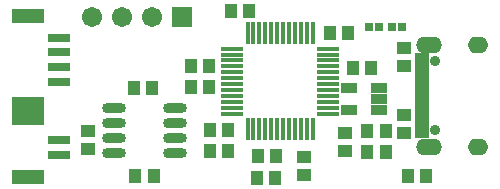
<source format=gts>
G04*
G04 #@! TF.GenerationSoftware,Altium Limited,Altium Designer,21.8.1 (53)*
G04*
G04 Layer_Color=8388736*
%FSLAX44Y44*%
%MOMM*%
G71*
G04*
G04 #@! TF.SameCoordinates,173B3D81-F0AF-4075-A482-619B5BD7BC7F*
G04*
G04*
G04 #@! TF.FilePolarity,Negative*
G04*
G01*
G75*
%ADD27R,1.1832X1.1332*%
%ADD28R,1.1332X1.1832*%
%ADD29R,0.7016X0.7516*%
%ADD30R,2.7032X1.2032*%
%ADD31R,1.9032X0.8032*%
%ADD32O,0.3816X1.9016*%
%ADD33O,1.9016X0.3816*%
%ADD34R,1.3032X0.8532*%
%ADD35R,1.3032X0.5532*%
%ADD36O,2.0032X0.9032*%
%ADD37R,1.4032X0.8532*%
%ADD38C,1.7032*%
%ADD39R,1.7032X1.7032*%
%ADD40O,1.7032X1.4032*%
%ADD41O,2.2032X1.4032*%
%ADD42C,0.9032*%
D27*
X127250Y-16550D02*
D03*
Y-31950D02*
D03*
Y40200D02*
D03*
Y24800D02*
D03*
X42000Y-52000D02*
D03*
Y-67400D02*
D03*
X77000Y-32000D02*
D03*
Y-47400D02*
D03*
X-141000Y-45400D02*
D03*
Y-30000D02*
D03*
D28*
X145700Y-68500D02*
D03*
X130300D02*
D03*
X2293Y-69589D02*
D03*
X17693D02*
D03*
X-19400Y71000D02*
D03*
X-4000D02*
D03*
X-86000Y6000D02*
D03*
X-101400D02*
D03*
X-53400Y25000D02*
D03*
X-38000D02*
D03*
X-53400Y7000D02*
D03*
X-38000D02*
D03*
X64000Y53000D02*
D03*
X79400D02*
D03*
X-22300Y-29000D02*
D03*
X-37700D02*
D03*
X111400Y-48000D02*
D03*
X96000D02*
D03*
X111400Y-30000D02*
D03*
X96000D02*
D03*
X84000Y23250D02*
D03*
X99400D02*
D03*
X-85000Y-68000D02*
D03*
X-100400D02*
D03*
X-22300Y-47000D02*
D03*
X-37700D02*
D03*
X18497Y-51228D02*
D03*
X3097D02*
D03*
D29*
X97250Y58000D02*
D03*
X105750D02*
D03*
X116750D02*
D03*
X125250D02*
D03*
D30*
X-191500Y67250D02*
D03*
Y-7250D02*
D03*
Y-19250D02*
D03*
Y-68750D02*
D03*
D31*
X-165000Y36250D02*
D03*
Y48750D02*
D03*
Y23750D02*
D03*
Y11250D02*
D03*
Y-37750D02*
D03*
Y-50250D02*
D03*
D32*
X-5500Y-28500D02*
D03*
X-500D02*
D03*
X4500D02*
D03*
X9500D02*
D03*
X14500D02*
D03*
X19500D02*
D03*
X24500D02*
D03*
X29500D02*
D03*
X34500D02*
D03*
X39500D02*
D03*
X44500D02*
D03*
X49500D02*
D03*
Y52500D02*
D03*
X44500D02*
D03*
X39500D02*
D03*
X34500D02*
D03*
X29500D02*
D03*
X24500D02*
D03*
X19500D02*
D03*
X14500D02*
D03*
X9500D02*
D03*
X4500D02*
D03*
X-500D02*
D03*
X-5500D02*
D03*
D33*
X62500Y-15500D02*
D03*
Y-10500D02*
D03*
Y-5500D02*
D03*
Y-500D02*
D03*
Y4500D02*
D03*
Y9500D02*
D03*
Y14500D02*
D03*
Y19500D02*
D03*
Y24500D02*
D03*
Y29500D02*
D03*
Y34500D02*
D03*
Y39500D02*
D03*
X-18500D02*
D03*
Y34500D02*
D03*
Y29500D02*
D03*
Y24500D02*
D03*
Y19500D02*
D03*
Y14500D02*
D03*
Y9500D02*
D03*
Y4500D02*
D03*
Y-500D02*
D03*
Y-5500D02*
D03*
Y-10500D02*
D03*
Y-15500D02*
D03*
D34*
X142500Y31750D02*
D03*
Y23750D02*
D03*
Y-24250D02*
D03*
Y-32250D02*
D03*
D35*
Y17250D02*
D03*
Y12250D02*
D03*
Y7250D02*
D03*
Y2250D02*
D03*
Y-2750D02*
D03*
Y-7750D02*
D03*
Y-12750D02*
D03*
Y-17750D02*
D03*
D36*
X-67000Y-49050D02*
D03*
Y-36350D02*
D03*
Y-23650D02*
D03*
Y-10950D02*
D03*
X-119000Y-49050D02*
D03*
Y-36350D02*
D03*
Y-23650D02*
D03*
Y-10950D02*
D03*
D37*
X106000Y-12500D02*
D03*
Y-3000D02*
D03*
Y6500D02*
D03*
X80000D02*
D03*
Y-12500D02*
D03*
D38*
X-136800Y66000D02*
D03*
X-111400D02*
D03*
X-86000D02*
D03*
D39*
X-60600D02*
D03*
D40*
X190000Y43000D02*
D03*
Y-43500D02*
D03*
D41*
X148000Y43000D02*
D03*
X148000Y-43500D02*
D03*
D42*
X153202Y28652D02*
D03*
Y-29148D02*
D03*
M02*

</source>
